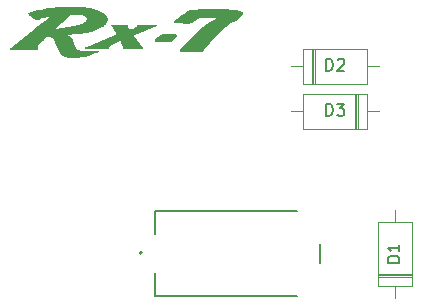
<source format=gto>
G04 #@! TF.GenerationSoftware,KiCad,Pcbnew,(7.0.0-0)*
G04 #@! TF.CreationDate,2023-03-10T18:04:30-08:00*
G04 #@! TF.ProjectId,RX7 Headlight Control,52583720-4865-4616-946c-696768742043,rev?*
G04 #@! TF.SameCoordinates,Original*
G04 #@! TF.FileFunction,Legend,Top*
G04 #@! TF.FilePolarity,Positive*
%FSLAX46Y46*%
G04 Gerber Fmt 4.6, Leading zero omitted, Abs format (unit mm)*
G04 Created by KiCad (PCBNEW (7.0.0-0)) date 2023-03-10 18:04:30*
%MOMM*%
%LPD*%
G01*
G04 APERTURE LIST*
%ADD10C,0.000000*%
%ADD11C,0.150000*%
%ADD12C,0.120000*%
%ADD13C,0.127000*%
%ADD14C,0.200000*%
%ADD15R,2.200000X2.200000*%
%ADD16O,2.200000X2.200000*%
%ADD17R,2.550000X2.550000*%
%ADD18C,1.650000*%
%ADD19C,2.550000*%
%ADD20C,3.048000*%
G04 APERTURE END LIST*
D10*
G36*
X111166571Y-92681237D02*
G01*
X112865314Y-92681237D01*
X112865324Y-92683560D01*
X112865623Y-92685843D01*
X112866245Y-92688065D01*
X112867225Y-92690203D01*
X112868598Y-92692233D01*
X112870399Y-92694133D01*
X112872663Y-92695880D01*
X112875425Y-92697451D01*
X112878719Y-92698823D01*
X112882580Y-92699973D01*
X112887044Y-92700879D01*
X112892144Y-92701518D01*
X112897917Y-92701866D01*
X112904397Y-92701901D01*
X112911619Y-92701600D01*
X112919617Y-92700940D01*
X112928427Y-92699898D01*
X113447672Y-92624955D01*
X113887699Y-92558437D01*
X114360617Y-92483733D01*
X114434529Y-92471074D01*
X114505157Y-92457737D01*
X114572576Y-92443772D01*
X114636860Y-92429229D01*
X114698084Y-92414159D01*
X114756323Y-92398613D01*
X114811653Y-92382640D01*
X114864148Y-92366291D01*
X114913883Y-92349617D01*
X114960932Y-92332667D01*
X115005372Y-92315493D01*
X115047277Y-92298145D01*
X115086722Y-92280672D01*
X115123781Y-92263125D01*
X115158531Y-92245556D01*
X115191045Y-92228013D01*
X115221398Y-92210548D01*
X115249666Y-92193211D01*
X115275924Y-92176053D01*
X115300247Y-92159123D01*
X115322708Y-92142471D01*
X115343385Y-92126150D01*
X115362350Y-92110208D01*
X115379680Y-92094697D01*
X115409732Y-92065165D01*
X115434141Y-92037960D01*
X115453506Y-92013483D01*
X115468427Y-91992137D01*
X115468428Y-91992137D01*
X115473268Y-91984391D01*
X115477768Y-91976395D01*
X115485737Y-91959721D01*
X115492324Y-91942260D01*
X115497515Y-91924152D01*
X115501299Y-91905540D01*
X115503662Y-91886567D01*
X115504593Y-91867374D01*
X115504080Y-91848105D01*
X115502109Y-91828900D01*
X115498668Y-91809903D01*
X115493746Y-91791255D01*
X115487328Y-91773100D01*
X115483556Y-91764251D01*
X115479404Y-91755578D01*
X115474873Y-91747099D01*
X115469961Y-91738832D01*
X115464666Y-91730795D01*
X115458986Y-91723006D01*
X115452920Y-91715481D01*
X115446467Y-91708239D01*
X115434069Y-91695781D01*
X115419733Y-91682925D01*
X115403371Y-91669838D01*
X115384894Y-91656687D01*
X115364212Y-91643638D01*
X115341236Y-91630858D01*
X115315878Y-91618514D01*
X115288048Y-91606772D01*
X115257656Y-91595799D01*
X115224615Y-91585761D01*
X115188834Y-91576826D01*
X115150225Y-91569160D01*
X115108698Y-91562929D01*
X115064164Y-91558300D01*
X115016534Y-91555441D01*
X114965719Y-91554517D01*
X114209804Y-91566158D01*
X114192159Y-91566620D01*
X114183902Y-91567202D01*
X114175986Y-91568020D01*
X114168383Y-91569078D01*
X114161064Y-91570377D01*
X114154003Y-91571921D01*
X114147172Y-91573711D01*
X114140544Y-91575751D01*
X114134090Y-91578042D01*
X114127783Y-91580588D01*
X114121596Y-91583390D01*
X114109469Y-91589774D01*
X114097489Y-91597214D01*
X114085434Y-91605730D01*
X114073084Y-91615341D01*
X114060218Y-91626068D01*
X114046615Y-91637931D01*
X113980411Y-91697127D01*
X113413541Y-92185846D01*
X113061546Y-92491162D01*
X112938035Y-92600057D01*
X112876040Y-92657300D01*
X112874254Y-92659673D01*
X112872440Y-92662365D01*
X112870384Y-92665816D01*
X112868366Y-92669844D01*
X112866664Y-92674266D01*
X112865557Y-92678899D01*
X112865314Y-92681237D01*
X111166571Y-92681237D01*
X111943577Y-92073848D01*
X112499537Y-91631775D01*
X112503374Y-91626956D01*
X112506328Y-91622368D01*
X112508438Y-91618012D01*
X112509740Y-91613884D01*
X112510273Y-91609982D01*
X112510076Y-91606306D01*
X112509185Y-91602852D01*
X112507640Y-91599620D01*
X112505477Y-91596607D01*
X112502736Y-91593812D01*
X112499453Y-91591232D01*
X112495668Y-91588866D01*
X112491417Y-91586712D01*
X112486739Y-91584768D01*
X112476254Y-91581504D01*
X112464516Y-91579058D01*
X112451829Y-91577417D01*
X112438498Y-91576564D01*
X112424825Y-91576485D01*
X112411116Y-91577167D01*
X112397672Y-91578593D01*
X112384800Y-91580749D01*
X112372802Y-91583621D01*
X111905448Y-91757518D01*
X111734016Y-91820154D01*
X111571548Y-91877259D01*
X111433445Y-91922234D01*
X111378342Y-91938111D01*
X111335106Y-91948481D01*
X111322462Y-91950820D01*
X111310127Y-91952737D01*
X111298102Y-91954250D01*
X111286385Y-91955376D01*
X111274978Y-91956133D01*
X111263878Y-91956538D01*
X111253086Y-91956608D01*
X111242601Y-91956361D01*
X111232423Y-91955814D01*
X111222552Y-91954984D01*
X111212987Y-91953889D01*
X111203728Y-91952546D01*
X111194774Y-91950973D01*
X111186125Y-91949186D01*
X111177781Y-91947203D01*
X111169741Y-91945042D01*
X111154573Y-91940253D01*
X111140617Y-91934957D01*
X111127870Y-91929295D01*
X111116329Y-91923404D01*
X111105991Y-91917423D01*
X111096853Y-91911490D01*
X111088912Y-91905745D01*
X111082164Y-91900327D01*
X110842915Y-91712969D01*
X110684421Y-91586783D01*
X110625691Y-91537952D01*
X110605234Y-91519900D01*
X110592156Y-91507156D01*
X110583400Y-91497187D01*
X110575261Y-91486960D01*
X110567851Y-91476525D01*
X110561278Y-91465935D01*
X110558340Y-91460598D01*
X110555653Y-91455241D01*
X110553229Y-91449871D01*
X110551084Y-91444495D01*
X110549230Y-91439118D01*
X110547682Y-91433748D01*
X110546453Y-91428390D01*
X110545556Y-91423052D01*
X110545006Y-91417739D01*
X110544816Y-91412458D01*
X110545001Y-91407216D01*
X110545572Y-91402018D01*
X110546545Y-91396872D01*
X110547933Y-91391783D01*
X110549750Y-91386759D01*
X110552010Y-91381806D01*
X110554725Y-91376929D01*
X110557910Y-91372137D01*
X110561579Y-91367434D01*
X110565746Y-91362828D01*
X110570423Y-91358324D01*
X110575625Y-91353930D01*
X110581366Y-91349652D01*
X110587658Y-91345496D01*
X110661735Y-91317668D01*
X110819363Y-91271053D01*
X111042519Y-91211844D01*
X111313179Y-91146232D01*
X111613319Y-91080409D01*
X111924916Y-91020567D01*
X112229946Y-90972898D01*
X112374366Y-90955563D01*
X112510386Y-90943594D01*
X113186941Y-90898090D01*
X113607937Y-90875203D01*
X114056081Y-90858365D01*
X114510377Y-90852181D01*
X114949827Y-90861255D01*
X115157423Y-90872952D01*
X115353434Y-90890191D01*
X115535235Y-90913546D01*
X115700202Y-90943594D01*
X115852959Y-90978154D01*
X115999685Y-91014667D01*
X116140087Y-91053141D01*
X116273868Y-91093579D01*
X116400735Y-91135990D01*
X116520394Y-91180379D01*
X116632549Y-91226753D01*
X116736906Y-91275117D01*
X116833170Y-91325477D01*
X116878176Y-91351409D01*
X116921048Y-91377841D01*
X116961749Y-91404776D01*
X117000243Y-91432214D01*
X117036493Y-91460156D01*
X117070463Y-91488602D01*
X117102114Y-91517554D01*
X117131411Y-91547012D01*
X117158317Y-91576977D01*
X117182795Y-91607450D01*
X117204807Y-91638431D01*
X117224318Y-91669922D01*
X117241291Y-91701922D01*
X117255687Y-91734433D01*
X117267516Y-91767095D01*
X117276809Y-91799535D01*
X117283645Y-91831738D01*
X117288100Y-91863691D01*
X117290252Y-91895377D01*
X117290177Y-91926781D01*
X117287954Y-91957889D01*
X117283659Y-91988685D01*
X117277370Y-92019155D01*
X117269163Y-92049282D01*
X117259116Y-92079053D01*
X117247307Y-92108452D01*
X117233812Y-92137464D01*
X117218708Y-92166074D01*
X117202074Y-92194267D01*
X117183986Y-92222027D01*
X117164520Y-92249340D01*
X117143756Y-92276191D01*
X117098638Y-92328446D01*
X117049248Y-92378670D01*
X116996206Y-92426744D01*
X116940128Y-92472547D01*
X116881632Y-92515958D01*
X116821336Y-92556857D01*
X116759858Y-92595123D01*
X116629218Y-92668411D01*
X116479115Y-92743281D01*
X116311221Y-92817444D01*
X116127207Y-92888612D01*
X116029677Y-92922357D01*
X115928744Y-92954496D01*
X115824616Y-92984742D01*
X115717504Y-93012809D01*
X115607614Y-93038411D01*
X115495157Y-93061262D01*
X115380341Y-93081075D01*
X115263375Y-93097566D01*
X115028909Y-93125573D01*
X114801661Y-93150520D01*
X114588030Y-93172199D01*
X114394417Y-93190402D01*
X114092842Y-93215550D01*
X113997679Y-93222079D01*
X113948132Y-93224302D01*
X113942332Y-93224443D01*
X113937221Y-93224857D01*
X113932776Y-93225531D01*
X113928974Y-93226450D01*
X113925792Y-93227601D01*
X113923208Y-93228971D01*
X113921197Y-93230545D01*
X113919738Y-93232310D01*
X113918808Y-93234252D01*
X113918384Y-93236357D01*
X113918443Y-93238612D01*
X113918961Y-93241003D01*
X113919917Y-93243516D01*
X113921287Y-93246138D01*
X113923049Y-93248855D01*
X113925179Y-93251653D01*
X113930454Y-93257437D01*
X113936928Y-93263382D01*
X113944420Y-93269377D01*
X113952745Y-93275313D01*
X113961722Y-93281079D01*
X113971167Y-93286567D01*
X113980897Y-93291667D01*
X113990730Y-93296268D01*
X114017152Y-93309306D01*
X114034769Y-93319082D01*
X114054721Y-93330921D01*
X114076557Y-93344740D01*
X114099825Y-93360460D01*
X114124074Y-93377998D01*
X114148851Y-93397273D01*
X114173706Y-93418204D01*
X114198187Y-93440709D01*
X114221842Y-93464707D01*
X114244221Y-93490117D01*
X114254790Y-93503326D01*
X114264871Y-93516857D01*
X114274406Y-93530700D01*
X114283340Y-93544845D01*
X114291617Y-93559283D01*
X114299179Y-93574001D01*
X114305970Y-93588992D01*
X114311934Y-93604243D01*
X114436949Y-93957925D01*
X114472714Y-94055818D01*
X114506973Y-94145903D01*
X114538068Y-94222383D01*
X114551913Y-94253710D01*
X114564346Y-94279460D01*
X114588140Y-94324934D01*
X114600762Y-94347392D01*
X114614257Y-94369460D01*
X114628920Y-94390985D01*
X114645043Y-94411815D01*
X114662921Y-94431797D01*
X114682846Y-94450778D01*
X114705112Y-94468606D01*
X114717215Y-94477039D01*
X114730013Y-94485127D01*
X114743542Y-94492851D01*
X114757841Y-94500190D01*
X114772945Y-94507127D01*
X114788890Y-94513641D01*
X114805714Y-94519715D01*
X114823454Y-94525328D01*
X114842146Y-94530462D01*
X114861826Y-94535098D01*
X114882531Y-94539217D01*
X114904299Y-94542799D01*
X114927165Y-94545825D01*
X114951167Y-94548277D01*
X115092795Y-94554886D01*
X115303687Y-94557988D01*
X115828029Y-94556909D01*
X116550308Y-94548277D01*
X116560444Y-94548369D01*
X116569831Y-94548708D01*
X116578339Y-94549384D01*
X116585841Y-94550489D01*
X116589173Y-94551230D01*
X116592206Y-94552112D01*
X116594922Y-94553147D01*
X116597305Y-94554346D01*
X116599340Y-94555721D01*
X116601010Y-94557282D01*
X116602299Y-94559041D01*
X116603192Y-94561010D01*
X116603671Y-94563200D01*
X116603720Y-94565622D01*
X116603325Y-94568287D01*
X116602468Y-94571208D01*
X116601133Y-94574396D01*
X116599304Y-94577861D01*
X116596965Y-94581615D01*
X116594101Y-94585670D01*
X116590694Y-94590037D01*
X116586728Y-94594727D01*
X116582189Y-94599752D01*
X116577058Y-94605124D01*
X116571321Y-94610852D01*
X116564961Y-94616950D01*
X116550308Y-94630298D01*
X116527187Y-94647123D01*
X116490533Y-94668852D01*
X116381173Y-94724225D01*
X116231332Y-94790809D01*
X116050113Y-94862999D01*
X115846620Y-94935189D01*
X115739365Y-94969532D01*
X115629955Y-95001773D01*
X115519528Y-95031211D01*
X115409222Y-95057145D01*
X115300175Y-95078875D01*
X115193525Y-95095700D01*
X114987061Y-95121186D01*
X114788547Y-95140985D01*
X114598863Y-95154943D01*
X114418891Y-95162904D01*
X114249510Y-95164714D01*
X114169067Y-95163263D01*
X114091601Y-95160217D01*
X114017224Y-95155555D01*
X113946045Y-95149258D01*
X113878175Y-95141308D01*
X113813723Y-95131683D01*
X113752993Y-95119951D01*
X113696075Y-95105687D01*
X113642755Y-95088893D01*
X113617378Y-95079547D01*
X113592820Y-95069568D01*
X113569056Y-95058956D01*
X113546057Y-95047711D01*
X113523799Y-95035833D01*
X113502253Y-95023322D01*
X113481394Y-95010178D01*
X113461195Y-94996401D01*
X113422668Y-94966947D01*
X113386462Y-94934960D01*
X113352361Y-94900439D01*
X113320153Y-94863384D01*
X113289624Y-94823795D01*
X113260563Y-94781671D01*
X113232755Y-94737012D01*
X113205987Y-94689818D01*
X113180046Y-94640087D01*
X113125435Y-94525333D01*
X113065870Y-94391181D01*
X112943111Y-94101396D01*
X112834244Y-93844155D01*
X112792042Y-93750682D01*
X112775228Y-93716749D01*
X112761740Y-93692879D01*
X112736367Y-93652248D01*
X112705950Y-93606447D01*
X112688319Y-93582676D01*
X112668792Y-93558892D01*
X112647155Y-93535523D01*
X112623197Y-93512996D01*
X112596706Y-93491736D01*
X112582444Y-93481715D01*
X112567470Y-93472172D01*
X112551756Y-93463158D01*
X112535276Y-93454729D01*
X112518004Y-93446936D01*
X112499913Y-93439834D01*
X112480977Y-93433476D01*
X112461170Y-93427915D01*
X112440464Y-93423204D01*
X112418833Y-93419397D01*
X112396250Y-93416547D01*
X112372690Y-93414707D01*
X112348126Y-93413932D01*
X112322531Y-93414273D01*
X112273189Y-93416529D01*
X112229247Y-93419631D01*
X112190115Y-93423738D01*
X112172168Y-93426217D01*
X112155203Y-93429007D01*
X112139144Y-93432127D01*
X112123919Y-93435597D01*
X112109454Y-93439437D01*
X112095675Y-93443667D01*
X112082508Y-93448305D01*
X112069879Y-93453373D01*
X112057715Y-93458890D01*
X112045942Y-93464875D01*
X112034486Y-93471348D01*
X112023273Y-93478330D01*
X112012230Y-93485839D01*
X112001282Y-93493896D01*
X111979378Y-93511732D01*
X111956972Y-93531996D01*
X111933473Y-93554846D01*
X111908290Y-93580440D01*
X111850514Y-93640492D01*
X111782708Y-93709168D01*
X111709549Y-93781713D01*
X111634741Y-93856739D01*
X111561986Y-93932856D01*
X111527535Y-93970890D01*
X111494986Y-94008676D01*
X111464800Y-94046040D01*
X111437442Y-94082809D01*
X111413373Y-94118809D01*
X111393057Y-94153866D01*
X111384451Y-94170987D01*
X111376956Y-94187807D01*
X111370631Y-94204305D01*
X111365533Y-94220458D01*
X111362396Y-94233310D01*
X111360009Y-94246600D01*
X111358339Y-94260235D01*
X111357356Y-94274119D01*
X111357026Y-94288158D01*
X111357320Y-94302258D01*
X111358203Y-94316323D01*
X111359646Y-94330260D01*
X111361616Y-94343974D01*
X111364081Y-94357370D01*
X111367010Y-94370353D01*
X111370370Y-94382830D01*
X111374130Y-94394705D01*
X111378259Y-94405884D01*
X111382724Y-94416272D01*
X111387494Y-94425775D01*
X111392569Y-94434595D01*
X111397811Y-94442980D01*
X111407821Y-94458339D01*
X111412103Y-94465263D01*
X111415580Y-94471647D01*
X111416940Y-94474628D01*
X111418008Y-94477466D01*
X111418753Y-94480155D01*
X111419144Y-94482693D01*
X111419152Y-94485078D01*
X111418746Y-94487304D01*
X111417895Y-94489370D01*
X111416569Y-94491272D01*
X111414738Y-94493007D01*
X111412372Y-94494571D01*
X111409440Y-94495962D01*
X111405911Y-94497175D01*
X111401756Y-94498209D01*
X111396943Y-94499058D01*
X111391443Y-94499722D01*
X111385225Y-94500195D01*
X111378259Y-94500475D01*
X111370515Y-94500558D01*
X111352568Y-94500123D01*
X109132714Y-94491392D01*
X109118886Y-94491036D01*
X109106057Y-94489995D01*
X109094204Y-94488303D01*
X109083303Y-94485998D01*
X109073329Y-94483114D01*
X109064256Y-94479689D01*
X109056062Y-94475758D01*
X109048722Y-94471358D01*
X109042210Y-94466524D01*
X109036503Y-94461293D01*
X109031576Y-94455702D01*
X109027405Y-94449785D01*
X109023964Y-94443579D01*
X109021231Y-94437121D01*
X109019180Y-94430447D01*
X109017786Y-94423592D01*
X109017026Y-94416593D01*
X109016874Y-94409486D01*
X109017307Y-94402307D01*
X109018300Y-94395092D01*
X109019829Y-94387878D01*
X109021868Y-94380700D01*
X109024394Y-94373595D01*
X109027381Y-94366599D01*
X109030807Y-94359748D01*
X109034645Y-94353078D01*
X109038872Y-94346625D01*
X109043464Y-94340425D01*
X109048395Y-94334515D01*
X109053641Y-94328930D01*
X109059178Y-94323708D01*
X109064981Y-94318883D01*
X110765094Y-92995074D01*
X111166571Y-92681237D01*
G37*
G36*
X123003186Y-93184906D02*
G01*
X123019225Y-93185770D01*
X123034414Y-93187188D01*
X123048753Y-93189143D01*
X123062242Y-93191617D01*
X123074880Y-93194594D01*
X123086667Y-93198056D01*
X123097604Y-93201986D01*
X123107689Y-93206366D01*
X123116923Y-93211180D01*
X123125306Y-93216408D01*
X123132836Y-93222036D01*
X123139515Y-93228044D01*
X123145342Y-93234416D01*
X123150317Y-93241134D01*
X123154439Y-93248181D01*
X123157709Y-93255539D01*
X123160125Y-93263192D01*
X123161689Y-93271122D01*
X123162399Y-93279312D01*
X123162256Y-93287743D01*
X123161260Y-93296400D01*
X123159409Y-93305264D01*
X123156705Y-93314318D01*
X123153146Y-93323546D01*
X123148733Y-93332928D01*
X123143465Y-93342449D01*
X123137343Y-93352091D01*
X123130365Y-93361836D01*
X123122533Y-93371667D01*
X123113845Y-93381567D01*
X123104301Y-93391519D01*
X122750288Y-93735742D01*
X122733304Y-93752397D01*
X122717412Y-93767211D01*
X122702373Y-93780290D01*
X122687946Y-93791738D01*
X122680888Y-93796885D01*
X122673892Y-93801663D01*
X122666929Y-93806087D01*
X122659969Y-93810170D01*
X122652982Y-93813924D01*
X122645938Y-93817364D01*
X122638806Y-93820502D01*
X122631557Y-93823352D01*
X122624161Y-93825926D01*
X122616588Y-93828239D01*
X122608807Y-93830303D01*
X122600789Y-93832131D01*
X122583920Y-93835134D01*
X122565742Y-93837354D01*
X122546013Y-93838896D01*
X122524494Y-93839867D01*
X122500943Y-93840372D01*
X122475122Y-93840517D01*
X121413350Y-93840517D01*
X121397778Y-93839969D01*
X121383013Y-93838361D01*
X121369055Y-93835745D01*
X121355902Y-93832175D01*
X121343555Y-93827702D01*
X121332015Y-93822380D01*
X121321281Y-93816262D01*
X121311353Y-93809399D01*
X121302231Y-93801846D01*
X121293915Y-93793654D01*
X121286405Y-93784877D01*
X121279702Y-93775567D01*
X121273805Y-93765777D01*
X121268713Y-93755560D01*
X121264428Y-93744968D01*
X121260950Y-93734055D01*
X121258277Y-93722873D01*
X121256410Y-93711474D01*
X121255350Y-93699912D01*
X121255096Y-93688239D01*
X121255647Y-93676508D01*
X121257006Y-93664773D01*
X121259170Y-93653084D01*
X121262140Y-93641496D01*
X121265917Y-93630061D01*
X121270499Y-93618832D01*
X121275888Y-93607862D01*
X121282083Y-93597203D01*
X121289084Y-93586908D01*
X121296891Y-93577030D01*
X121305505Y-93567621D01*
X121314924Y-93558735D01*
X121357009Y-93522662D01*
X121403555Y-93484065D01*
X121503274Y-93403888D01*
X121681901Y-93263725D01*
X121698770Y-93250977D01*
X121715099Y-93239663D01*
X121731120Y-93229700D01*
X121747063Y-93221003D01*
X121763158Y-93213487D01*
X121779635Y-93207068D01*
X121796724Y-93201661D01*
X121814656Y-93197182D01*
X121833661Y-93193547D01*
X121853969Y-93190670D01*
X121875810Y-93188468D01*
X121899414Y-93186855D01*
X121925012Y-93185748D01*
X121952834Y-93185062D01*
X122016070Y-93184615D01*
X122986297Y-93184615D01*
X123003186Y-93184906D01*
G37*
G36*
X118903605Y-92353763D02*
G01*
X118911002Y-92356677D01*
X118918785Y-92361390D01*
X118926920Y-92367781D01*
X118935367Y-92375733D01*
X118944089Y-92385126D01*
X118962213Y-92407761D01*
X118980992Y-92434735D01*
X119000130Y-92465097D01*
X119019327Y-92497898D01*
X119038285Y-92532185D01*
X119074295Y-92601419D01*
X119105775Y-92665192D01*
X119130340Y-92715900D01*
X119145607Y-92745936D01*
X119148177Y-92750093D01*
X119150975Y-92753983D01*
X119153997Y-92757608D01*
X119157238Y-92760968D01*
X119160696Y-92764064D01*
X119164367Y-92766899D01*
X119168248Y-92769472D01*
X119172333Y-92771786D01*
X119176621Y-92773841D01*
X119181107Y-92775639D01*
X119185788Y-92777181D01*
X119190660Y-92778468D01*
X119195719Y-92779502D01*
X119200961Y-92780283D01*
X119206384Y-92780812D01*
X119211984Y-92781092D01*
X119217756Y-92781123D01*
X119223698Y-92780906D01*
X119229805Y-92780443D01*
X119236074Y-92779734D01*
X119242501Y-92778782D01*
X119249084Y-92777587D01*
X119255817Y-92776150D01*
X119262697Y-92774473D01*
X119269722Y-92772557D01*
X119276886Y-92770403D01*
X119291621Y-92765386D01*
X119306873Y-92759432D01*
X119322613Y-92752550D01*
X119364032Y-92732228D01*
X119420501Y-92702734D01*
X119486184Y-92667225D01*
X119555248Y-92628857D01*
X119621856Y-92590787D01*
X119680172Y-92556171D01*
X119724363Y-92528166D01*
X119739337Y-92517628D01*
X119748592Y-92509927D01*
X119751529Y-92506758D01*
X119754195Y-92503409D01*
X119756602Y-92499896D01*
X119758762Y-92496232D01*
X119760687Y-92492430D01*
X119762387Y-92488504D01*
X119763875Y-92484468D01*
X119765162Y-92480335D01*
X119767181Y-92471835D01*
X119768536Y-92463111D01*
X119769320Y-92454275D01*
X119769627Y-92445435D01*
X119769549Y-92436700D01*
X119769180Y-92428180D01*
X119767940Y-92412222D01*
X119766650Y-92398433D01*
X119766219Y-92392626D01*
X119766055Y-92387690D01*
X119766112Y-92385494D01*
X119766284Y-92383373D01*
X119766571Y-92381326D01*
X119766973Y-92379352D01*
X119767490Y-92377452D01*
X119768122Y-92375624D01*
X119768868Y-92373869D01*
X119769730Y-92372187D01*
X119770707Y-92370576D01*
X119771799Y-92369038D01*
X119773006Y-92367571D01*
X119774329Y-92366175D01*
X119775766Y-92364850D01*
X119777320Y-92363595D01*
X119778988Y-92362411D01*
X119780772Y-92361298D01*
X119782672Y-92360253D01*
X119784687Y-92359279D01*
X119786817Y-92358373D01*
X119789064Y-92357537D01*
X119791426Y-92356768D01*
X119793903Y-92356069D01*
X119796497Y-92355437D01*
X119799206Y-92354873D01*
X119802032Y-92354377D01*
X119804973Y-92353947D01*
X119808030Y-92353585D01*
X119811203Y-92353289D01*
X119814493Y-92353059D01*
X119817898Y-92352895D01*
X119825058Y-92352765D01*
X121446159Y-92352765D01*
X121451759Y-92352897D01*
X121457094Y-92353288D01*
X121462154Y-92353929D01*
X121466930Y-92354808D01*
X121471411Y-92355918D01*
X121475588Y-92357249D01*
X121479453Y-92358790D01*
X121482994Y-92360533D01*
X121486202Y-92362467D01*
X121489069Y-92364584D01*
X121491584Y-92366874D01*
X121493737Y-92369326D01*
X121495520Y-92371933D01*
X121496922Y-92374684D01*
X121497934Y-92377569D01*
X121498546Y-92380579D01*
X121498749Y-92383705D01*
X121498534Y-92386936D01*
X121497889Y-92390265D01*
X121496807Y-92393680D01*
X121495277Y-92397172D01*
X121493290Y-92400732D01*
X121490836Y-92404350D01*
X121487905Y-92408017D01*
X121484489Y-92411723D01*
X121480577Y-92415459D01*
X121476159Y-92419215D01*
X121471227Y-92422981D01*
X121465771Y-92426748D01*
X121459780Y-92430507D01*
X121453246Y-92434248D01*
X121446159Y-92437961D01*
X119562855Y-93237531D01*
X119547388Y-93247030D01*
X119540428Y-93251632D01*
X119534069Y-93256222D01*
X119528376Y-93260862D01*
X119525798Y-93263222D01*
X119523411Y-93265618D01*
X119521222Y-93268059D01*
X119519239Y-93270553D01*
X119517471Y-93273107D01*
X119515925Y-93275730D01*
X119514609Y-93278430D01*
X119513531Y-93281215D01*
X119512699Y-93284093D01*
X119512122Y-93287071D01*
X119511807Y-93290158D01*
X119511761Y-93293361D01*
X119511995Y-93296690D01*
X119512514Y-93300151D01*
X119513327Y-93303752D01*
X119514443Y-93307503D01*
X119515869Y-93311410D01*
X119517613Y-93315482D01*
X119519683Y-93319726D01*
X119522087Y-93324151D01*
X119524834Y-93328765D01*
X119527930Y-93333575D01*
X120270880Y-94303537D01*
X120275117Y-94311414D01*
X120279467Y-94320226D01*
X120283736Y-94329774D01*
X120287734Y-94339860D01*
X120291269Y-94350283D01*
X120294148Y-94360845D01*
X120296179Y-94371347D01*
X120296818Y-94376513D01*
X120297172Y-94381589D01*
X120297219Y-94386551D01*
X120296934Y-94391373D01*
X120296293Y-94396030D01*
X120295273Y-94400498D01*
X120293849Y-94404751D01*
X120291998Y-94408765D01*
X120289694Y-94412516D01*
X120286915Y-94415977D01*
X120283637Y-94419124D01*
X120279835Y-94421932D01*
X120275486Y-94424377D01*
X120270565Y-94426433D01*
X120265048Y-94428075D01*
X120258912Y-94429279D01*
X120252133Y-94430020D01*
X120244686Y-94430273D01*
X118645544Y-94430273D01*
X118640339Y-94430058D01*
X118635383Y-94429428D01*
X118630671Y-94428402D01*
X118626193Y-94427001D01*
X118621945Y-94425245D01*
X118617917Y-94423153D01*
X118614103Y-94420746D01*
X118610495Y-94418044D01*
X118607087Y-94415066D01*
X118603870Y-94411834D01*
X118600839Y-94408366D01*
X118597984Y-94404684D01*
X118595300Y-94400806D01*
X118592779Y-94396753D01*
X118590413Y-94392546D01*
X118588196Y-94388204D01*
X118586119Y-94383747D01*
X118584177Y-94379196D01*
X118580664Y-94369889D01*
X118577600Y-94360444D01*
X118574925Y-94351022D01*
X118572582Y-94341782D01*
X118570513Y-94332887D01*
X118566963Y-94316767D01*
X118557851Y-94287402D01*
X118539112Y-94233898D01*
X118485042Y-94085818D01*
X118396571Y-93844750D01*
X118393120Y-93834924D01*
X118389325Y-93825252D01*
X118385203Y-93815826D01*
X118380771Y-93806737D01*
X118376043Y-93798077D01*
X118371038Y-93789939D01*
X118365771Y-93782414D01*
X118360257Y-93775595D01*
X118354515Y-93769571D01*
X118351563Y-93766887D01*
X118348559Y-93764437D01*
X118345506Y-93762232D01*
X118342406Y-93760283D01*
X118339261Y-93758603D01*
X118336073Y-93757202D01*
X118332844Y-93756092D01*
X118329575Y-93755285D01*
X118326270Y-93754791D01*
X118322930Y-93754624D01*
X118319557Y-93754793D01*
X118316152Y-93755311D01*
X118312719Y-93756188D01*
X118309259Y-93757437D01*
X118184438Y-93813376D01*
X117953626Y-93920189D01*
X117828790Y-93979333D01*
X117713835Y-94035188D01*
X117620888Y-94082416D01*
X117586458Y-94101129D01*
X117562076Y-94115683D01*
X117543835Y-94128139D01*
X117526803Y-94140963D01*
X117510961Y-94154104D01*
X117496290Y-94167509D01*
X117482771Y-94181124D01*
X117470384Y-94194897D01*
X117459111Y-94208776D01*
X117448934Y-94222707D01*
X117439832Y-94236639D01*
X117431787Y-94250517D01*
X117424780Y-94264291D01*
X117418792Y-94277906D01*
X117413804Y-94291310D01*
X117409796Y-94304451D01*
X117406751Y-94317276D01*
X117404649Y-94329731D01*
X117402946Y-94341630D01*
X117401062Y-94352815D01*
X117398919Y-94363278D01*
X117396442Y-94373011D01*
X117393555Y-94382009D01*
X117390180Y-94390263D01*
X117388286Y-94394108D01*
X117386241Y-94397765D01*
X117384037Y-94401232D01*
X117381663Y-94404509D01*
X117379110Y-94407595D01*
X117376368Y-94410487D01*
X117373429Y-94413187D01*
X117370281Y-94415692D01*
X117366917Y-94418003D01*
X117363325Y-94420117D01*
X117359498Y-94422034D01*
X117355424Y-94423753D01*
X117351095Y-94425274D01*
X117346501Y-94426595D01*
X117341632Y-94427715D01*
X117336480Y-94428633D01*
X117331034Y-94429349D01*
X117325284Y-94429862D01*
X117319223Y-94430170D01*
X117312838Y-94430273D01*
X115460226Y-94430273D01*
X115453698Y-94429853D01*
X115447237Y-94428620D01*
X115440884Y-94426616D01*
X115434682Y-94423884D01*
X115428669Y-94420463D01*
X115422889Y-94416397D01*
X115417381Y-94411727D01*
X115412188Y-94406494D01*
X115407349Y-94400740D01*
X115402907Y-94394506D01*
X115398902Y-94387836D01*
X115395374Y-94380769D01*
X115392367Y-94373348D01*
X115389919Y-94365615D01*
X115388074Y-94357610D01*
X115386871Y-94349377D01*
X115386351Y-94340955D01*
X115386556Y-94332388D01*
X115387527Y-94323717D01*
X115389305Y-94314983D01*
X115391932Y-94306228D01*
X115395447Y-94297494D01*
X115399892Y-94288822D01*
X115405309Y-94280254D01*
X115411737Y-94271832D01*
X115419220Y-94263598D01*
X115427797Y-94255592D01*
X115437509Y-94247857D01*
X115448398Y-94240435D01*
X115460505Y-94233367D01*
X115473871Y-94226694D01*
X115488536Y-94220458D01*
X115488404Y-94220591D01*
X115488270Y-94220723D01*
X117906826Y-93230917D01*
X117917570Y-93225994D01*
X117927622Y-93221004D01*
X117936906Y-93215879D01*
X117945344Y-93210552D01*
X117949222Y-93207792D01*
X117952860Y-93204955D01*
X117956248Y-93202034D01*
X117959377Y-93199021D01*
X117962236Y-93195906D01*
X117964817Y-93192682D01*
X117967109Y-93189340D01*
X117969103Y-93185871D01*
X117970789Y-93182268D01*
X117972158Y-93178521D01*
X117973200Y-93174622D01*
X117973905Y-93170564D01*
X117974264Y-93166336D01*
X117974267Y-93161932D01*
X117973905Y-93157342D01*
X117973167Y-93152559D01*
X117972044Y-93147573D01*
X117970527Y-93142376D01*
X117968606Y-93136960D01*
X117966271Y-93131317D01*
X117963512Y-93125437D01*
X117960321Y-93119313D01*
X117956686Y-93112936D01*
X117952600Y-93106298D01*
X117552815Y-92424731D01*
X117549912Y-92419916D01*
X117547352Y-92415290D01*
X117545133Y-92410851D01*
X117543252Y-92406598D01*
X117541708Y-92402527D01*
X117540498Y-92398636D01*
X117539619Y-92394923D01*
X117539069Y-92391386D01*
X117538846Y-92388021D01*
X117538947Y-92384826D01*
X117539371Y-92381800D01*
X117540113Y-92378939D01*
X117541174Y-92376241D01*
X117542548Y-92373704D01*
X117544236Y-92371325D01*
X117546233Y-92369103D01*
X117548539Y-92367033D01*
X117551149Y-92365115D01*
X117554063Y-92363346D01*
X117557277Y-92361722D01*
X117560790Y-92360243D01*
X117564598Y-92358904D01*
X117568700Y-92357705D01*
X117573093Y-92356642D01*
X117577774Y-92355714D01*
X117582742Y-92354917D01*
X117587994Y-92354249D01*
X117593528Y-92353708D01*
X117605431Y-92352997D01*
X117618431Y-92352765D01*
X118896634Y-92352765D01*
X118903605Y-92353763D01*
G37*
G36*
X126452899Y-91043681D02*
G01*
X126824634Y-91049531D01*
X127163018Y-91059404D01*
X127468605Y-91073405D01*
X127741945Y-91091635D01*
X127983591Y-91114196D01*
X128194095Y-91141192D01*
X128374008Y-91172723D01*
X128426152Y-91184472D01*
X128475533Y-91197636D01*
X128521863Y-91212129D01*
X128564852Y-91227864D01*
X128604211Y-91244755D01*
X128639653Y-91262718D01*
X128670888Y-91281664D01*
X128697627Y-91301509D01*
X128709221Y-91311741D01*
X128719583Y-91322166D01*
X128728676Y-91332773D01*
X128736465Y-91343550D01*
X128742913Y-91354487D01*
X128747985Y-91365574D01*
X128751645Y-91376799D01*
X128753856Y-91388152D01*
X128754581Y-91399622D01*
X128753787Y-91411198D01*
X128751435Y-91422870D01*
X128747490Y-91434626D01*
X128741915Y-91446457D01*
X128734676Y-91458351D01*
X128725735Y-91470297D01*
X128715057Y-91482285D01*
X128695590Y-91503016D01*
X128670892Y-91530010D01*
X128608000Y-91599959D01*
X128443594Y-91783910D01*
X128407992Y-91824708D01*
X128372991Y-91865770D01*
X128337953Y-91905945D01*
X128320221Y-91925340D01*
X128302240Y-91944083D01*
X128283930Y-91962028D01*
X128265212Y-91979033D01*
X128246005Y-91994953D01*
X128226230Y-92009646D01*
X128205807Y-92022966D01*
X128184657Y-92034770D01*
X128173783Y-92040059D01*
X128162698Y-92044915D01*
X128151391Y-92049320D01*
X128139853Y-92053256D01*
X128044012Y-92082923D01*
X127993383Y-92099114D01*
X127940258Y-92117352D01*
X127884119Y-92138491D01*
X127854758Y-92150417D01*
X127824449Y-92163389D01*
X127793128Y-92177515D01*
X127760730Y-92192900D01*
X127727190Y-92209654D01*
X127692443Y-92227881D01*
X127654491Y-92249608D01*
X127611629Y-92276603D01*
X127564239Y-92308591D01*
X127512701Y-92345298D01*
X127457396Y-92386448D01*
X127398704Y-92431766D01*
X127272683Y-92533806D01*
X127137683Y-92649215D01*
X126996747Y-92775792D01*
X126852922Y-92911336D01*
X126780878Y-92981783D01*
X126709253Y-93053646D01*
X126544471Y-93226214D01*
X126345980Y-93441504D01*
X125912063Y-93925282D01*
X125535892Y-94355036D01*
X125409582Y-94502796D01*
X125345855Y-94580820D01*
X125332799Y-94598291D01*
X125320504Y-94613865D01*
X125314544Y-94620974D01*
X125308654Y-94627649D01*
X125302797Y-94633903D01*
X125296933Y-94639748D01*
X125291021Y-94645199D01*
X125285022Y-94650269D01*
X125278896Y-94654971D01*
X125272605Y-94659318D01*
X125266107Y-94663324D01*
X125259364Y-94667001D01*
X125252336Y-94670364D01*
X125244984Y-94673425D01*
X125237267Y-94676197D01*
X125229146Y-94678695D01*
X125220581Y-94680931D01*
X125211534Y-94682918D01*
X125201963Y-94684670D01*
X125191830Y-94686200D01*
X125181095Y-94687521D01*
X125169718Y-94688647D01*
X125144880Y-94690365D01*
X125117000Y-94691461D01*
X125085761Y-94692041D01*
X125050845Y-94692210D01*
X123549864Y-94692210D01*
X123524415Y-94691372D01*
X123499831Y-94688875D01*
X123476359Y-94684747D01*
X123454250Y-94679018D01*
X123443784Y-94675562D01*
X123433753Y-94671716D01*
X123424187Y-94667483D01*
X123415118Y-94662868D01*
X123406577Y-94657873D01*
X123398595Y-94652503D01*
X123391203Y-94646761D01*
X123384433Y-94640650D01*
X123378315Y-94634174D01*
X123372881Y-94627336D01*
X123368163Y-94620140D01*
X123364190Y-94612590D01*
X123360995Y-94604689D01*
X123358609Y-94596440D01*
X123357062Y-94587848D01*
X123356387Y-94578915D01*
X123356614Y-94569645D01*
X123357774Y-94560043D01*
X123359899Y-94550110D01*
X123363020Y-94539851D01*
X123367168Y-94529270D01*
X123372375Y-94518369D01*
X123378670Y-94507153D01*
X123386087Y-94495625D01*
X123407072Y-94466900D01*
X123437534Y-94428136D01*
X123523628Y-94324560D01*
X123637838Y-94193034D01*
X123773634Y-94041699D01*
X123924487Y-93878694D01*
X124083867Y-93712157D01*
X124245243Y-93550227D01*
X124324640Y-93473534D01*
X124402087Y-93401044D01*
X124548669Y-93264429D01*
X124685840Y-93134067D01*
X124945310Y-92887852D01*
X125074287Y-92769871D01*
X125207210Y-92653890D01*
X125276196Y-92596317D01*
X125347420Y-92538845D01*
X125421301Y-92481341D01*
X125498256Y-92423673D01*
X125654084Y-92312616D01*
X125804440Y-92211341D01*
X125945414Y-92120924D01*
X126073096Y-92042442D01*
X126272943Y-91925583D01*
X126372703Y-91869371D01*
X126383023Y-91863137D01*
X126394072Y-91856057D01*
X126405448Y-91848305D01*
X126416752Y-91840052D01*
X126427583Y-91831470D01*
X126437541Y-91822732D01*
X126446225Y-91814009D01*
X126449965Y-91809708D01*
X126453236Y-91805474D01*
X126455988Y-91801331D01*
X126458172Y-91797299D01*
X126459737Y-91793400D01*
X126460633Y-91789655D01*
X126460811Y-91786086D01*
X126460220Y-91782715D01*
X126458810Y-91779563D01*
X126456531Y-91776651D01*
X126453333Y-91774002D01*
X126449166Y-91771635D01*
X126443981Y-91769574D01*
X126437726Y-91767839D01*
X126430352Y-91766453D01*
X126421808Y-91765436D01*
X126412046Y-91764810D01*
X126401014Y-91764596D01*
X125352205Y-91764596D01*
X125272480Y-91765306D01*
X125236824Y-91766419D01*
X125203509Y-91768238D01*
X125172191Y-91770915D01*
X125142525Y-91774600D01*
X125114164Y-91779444D01*
X125086762Y-91785598D01*
X125059974Y-91793211D01*
X125033455Y-91802436D01*
X125006857Y-91813423D01*
X124979837Y-91826323D01*
X124952048Y-91841286D01*
X124923144Y-91858463D01*
X124892779Y-91878005D01*
X124860609Y-91900063D01*
X124631149Y-92063079D01*
X124539810Y-92127658D01*
X124460824Y-92181844D01*
X124427188Y-92204060D01*
X124412349Y-92213462D01*
X124398407Y-92221804D01*
X124385045Y-92229145D01*
X124371945Y-92235543D01*
X124358792Y-92241056D01*
X124345267Y-92245741D01*
X124331053Y-92249657D01*
X124315835Y-92252863D01*
X124299294Y-92255416D01*
X124281113Y-92257374D01*
X124260976Y-92258796D01*
X124238566Y-92259740D01*
X124213565Y-92260264D01*
X124185656Y-92260425D01*
X123143463Y-92253811D01*
X123143724Y-92254340D01*
X123102705Y-92253060D01*
X123063448Y-92249323D01*
X123026338Y-92243282D01*
X122991758Y-92235091D01*
X122960095Y-92224903D01*
X122931732Y-92212872D01*
X122918909Y-92206214D01*
X122907056Y-92199151D01*
X122896220Y-92191705D01*
X122886450Y-92183894D01*
X122877794Y-92175738D01*
X122870299Y-92167254D01*
X122864015Y-92158464D01*
X122858989Y-92149385D01*
X122855270Y-92140037D01*
X122852905Y-92130439D01*
X122851942Y-92120611D01*
X122852430Y-92110572D01*
X122854417Y-92100340D01*
X122857951Y-92089935D01*
X122863079Y-92079376D01*
X122869851Y-92068683D01*
X122878314Y-92057874D01*
X122888516Y-92046969D01*
X122900506Y-92035986D01*
X122914331Y-92024946D01*
X123152994Y-91849205D01*
X123535374Y-91572707D01*
X123734772Y-91431230D01*
X123915274Y-91306032D01*
X124058607Y-91210934D01*
X124110623Y-91178992D01*
X124146495Y-91159758D01*
X124179219Y-91147620D01*
X124223328Y-91135849D01*
X124278844Y-91124502D01*
X124345784Y-91113638D01*
X124424169Y-91103314D01*
X124514017Y-91093586D01*
X124615348Y-91084512D01*
X124728182Y-91076150D01*
X124988434Y-91061790D01*
X125294928Y-91050965D01*
X125647819Y-91044133D01*
X126047262Y-91041754D01*
X126452899Y-91043681D01*
G37*
D11*
X135786905Y-96252380D02*
X135786905Y-95252380D01*
X135786905Y-95252380D02*
X136025000Y-95252380D01*
X136025000Y-95252380D02*
X136167857Y-95300000D01*
X136167857Y-95300000D02*
X136263095Y-95395238D01*
X136263095Y-95395238D02*
X136310714Y-95490476D01*
X136310714Y-95490476D02*
X136358333Y-95680952D01*
X136358333Y-95680952D02*
X136358333Y-95823809D01*
X136358333Y-95823809D02*
X136310714Y-96014285D01*
X136310714Y-96014285D02*
X136263095Y-96109523D01*
X136263095Y-96109523D02*
X136167857Y-96204761D01*
X136167857Y-96204761D02*
X136025000Y-96252380D01*
X136025000Y-96252380D02*
X135786905Y-96252380D01*
X136739286Y-95347619D02*
X136786905Y-95300000D01*
X136786905Y-95300000D02*
X136882143Y-95252380D01*
X136882143Y-95252380D02*
X137120238Y-95252380D01*
X137120238Y-95252380D02*
X137215476Y-95300000D01*
X137215476Y-95300000D02*
X137263095Y-95347619D01*
X137263095Y-95347619D02*
X137310714Y-95442857D01*
X137310714Y-95442857D02*
X137310714Y-95538095D01*
X137310714Y-95538095D02*
X137263095Y-95680952D01*
X137263095Y-95680952D02*
X136691667Y-96252380D01*
X136691667Y-96252380D02*
X137310714Y-96252380D01*
X141972380Y-112498094D02*
X140972380Y-112498094D01*
X140972380Y-112498094D02*
X140972380Y-112259999D01*
X140972380Y-112259999D02*
X141020000Y-112117142D01*
X141020000Y-112117142D02*
X141115238Y-112021904D01*
X141115238Y-112021904D02*
X141210476Y-111974285D01*
X141210476Y-111974285D02*
X141400952Y-111926666D01*
X141400952Y-111926666D02*
X141543809Y-111926666D01*
X141543809Y-111926666D02*
X141734285Y-111974285D01*
X141734285Y-111974285D02*
X141829523Y-112021904D01*
X141829523Y-112021904D02*
X141924761Y-112117142D01*
X141924761Y-112117142D02*
X141972380Y-112259999D01*
X141972380Y-112259999D02*
X141972380Y-112498094D01*
X141972380Y-110974285D02*
X141972380Y-111545713D01*
X141972380Y-111259999D02*
X140972380Y-111259999D01*
X140972380Y-111259999D02*
X141115238Y-111355237D01*
X141115238Y-111355237D02*
X141210476Y-111450475D01*
X141210476Y-111450475D02*
X141258095Y-111545713D01*
X135786905Y-100062380D02*
X135786905Y-99062380D01*
X135786905Y-99062380D02*
X136025000Y-99062380D01*
X136025000Y-99062380D02*
X136167857Y-99110000D01*
X136167857Y-99110000D02*
X136263095Y-99205238D01*
X136263095Y-99205238D02*
X136310714Y-99300476D01*
X136310714Y-99300476D02*
X136358333Y-99490952D01*
X136358333Y-99490952D02*
X136358333Y-99633809D01*
X136358333Y-99633809D02*
X136310714Y-99824285D01*
X136310714Y-99824285D02*
X136263095Y-99919523D01*
X136263095Y-99919523D02*
X136167857Y-100014761D01*
X136167857Y-100014761D02*
X136025000Y-100062380D01*
X136025000Y-100062380D02*
X135786905Y-100062380D01*
X136691667Y-99062380D02*
X137310714Y-99062380D01*
X137310714Y-99062380D02*
X136977381Y-99443333D01*
X136977381Y-99443333D02*
X137120238Y-99443333D01*
X137120238Y-99443333D02*
X137215476Y-99490952D01*
X137215476Y-99490952D02*
X137263095Y-99538571D01*
X137263095Y-99538571D02*
X137310714Y-99633809D01*
X137310714Y-99633809D02*
X137310714Y-99871904D01*
X137310714Y-99871904D02*
X137263095Y-99967142D01*
X137263095Y-99967142D02*
X137215476Y-100014761D01*
X137215476Y-100014761D02*
X137120238Y-100062380D01*
X137120238Y-100062380D02*
X136834524Y-100062380D01*
X136834524Y-100062380D02*
X136739286Y-100014761D01*
X136739286Y-100014761D02*
X136691667Y-99967142D01*
D12*
X132785000Y-95885000D02*
X133805000Y-95885000D01*
X133805000Y-94415000D02*
X133805000Y-97355000D01*
X133805000Y-97355000D02*
X139245000Y-97355000D01*
X134585000Y-94415000D02*
X134585000Y-97355000D01*
X134705000Y-94415000D02*
X134705000Y-97355000D01*
X134825000Y-94415000D02*
X134825000Y-97355000D01*
X139245000Y-94415000D02*
X133805000Y-94415000D01*
X139245000Y-97355000D02*
X139245000Y-94415000D01*
X140265000Y-95885000D02*
X139245000Y-95885000D01*
X141605000Y-115500000D02*
X141605000Y-114480000D01*
X140135000Y-114480000D02*
X143075000Y-114480000D01*
X143075000Y-114480000D02*
X143075000Y-109040000D01*
X140135000Y-113700000D02*
X143075000Y-113700000D01*
X140135000Y-113580000D02*
X143075000Y-113580000D01*
X140135000Y-113460000D02*
X143075000Y-113460000D01*
X140135000Y-109040000D02*
X140135000Y-114480000D01*
X143075000Y-109040000D02*
X140135000Y-109040000D01*
X141605000Y-108020000D02*
X141605000Y-109040000D01*
X140265000Y-99695000D02*
X139245000Y-99695000D01*
X139245000Y-101165000D02*
X139245000Y-98225000D01*
X139245000Y-98225000D02*
X133805000Y-98225000D01*
X138465000Y-101165000D02*
X138465000Y-98225000D01*
X138345000Y-101165000D02*
X138345000Y-98225000D01*
X138225000Y-101165000D02*
X138225000Y-98225000D01*
X133805000Y-101165000D02*
X139245000Y-101165000D01*
X133805000Y-98225000D02*
X133805000Y-101165000D01*
X132785000Y-99695000D02*
X133805000Y-99695000D01*
D13*
X135270000Y-112560000D02*
X135270000Y-110960000D01*
X133270000Y-115360000D02*
X121270000Y-115360000D01*
X121270000Y-115360000D02*
X121270000Y-113410000D01*
X121270000Y-110110000D02*
X121270000Y-108160000D01*
X121270000Y-108160000D02*
X133270000Y-108160000D01*
D14*
X120170000Y-111660000D02*
G75*
G03*
X120170000Y-111660000I-100000J0D01*
G01*
%LPC*%
D15*
X131444999Y-95884999D03*
D16*
X141604999Y-95884999D03*
D15*
X141604999Y-116839999D03*
D16*
X141604999Y-106679999D03*
D15*
X141604999Y-99694999D03*
D16*
X131444999Y-99694999D03*
D17*
X122069999Y-111759999D03*
D18*
X130470000Y-114160000D03*
D19*
X134470000Y-114160000D03*
X134470000Y-109360000D03*
D18*
X130470000Y-109360000D03*
D20*
X127000000Y-99060000D03*
X121920000Y-99060000D03*
X130810000Y-104775000D03*
X135890000Y-104775000D03*
X118110000Y-99060000D03*
X113030000Y-99060000D03*
X118110000Y-104775000D03*
X113030000Y-104775000D03*
X127000000Y-104775000D03*
X121920000Y-104775000D03*
M02*

</source>
